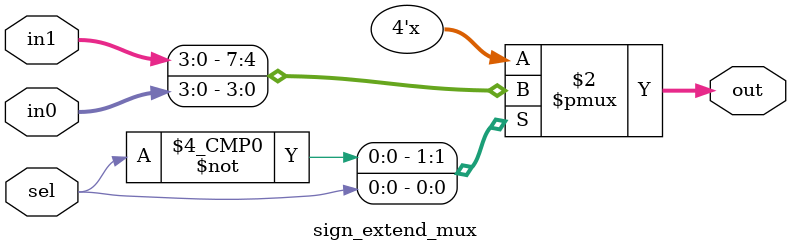
<source format=v>
module sign_extend_mux(sel, in0, in1, out);

//I/O ports
output [3:0] out;
input sel;
input [3:0] in0, in1;//0 is op1, 1 is op 2. 

//output defined as register
reg [3:0] out;

always @(*) 
begin
//jump not asserted, op 2 selected, jump asserted, op 1 selected
	case (sel)
		1'b0: out = in1;//if jump not asserted, op1 
		1'b1: out = in0;//if jump asserted op0
	endcase
end
endmodule

</source>
